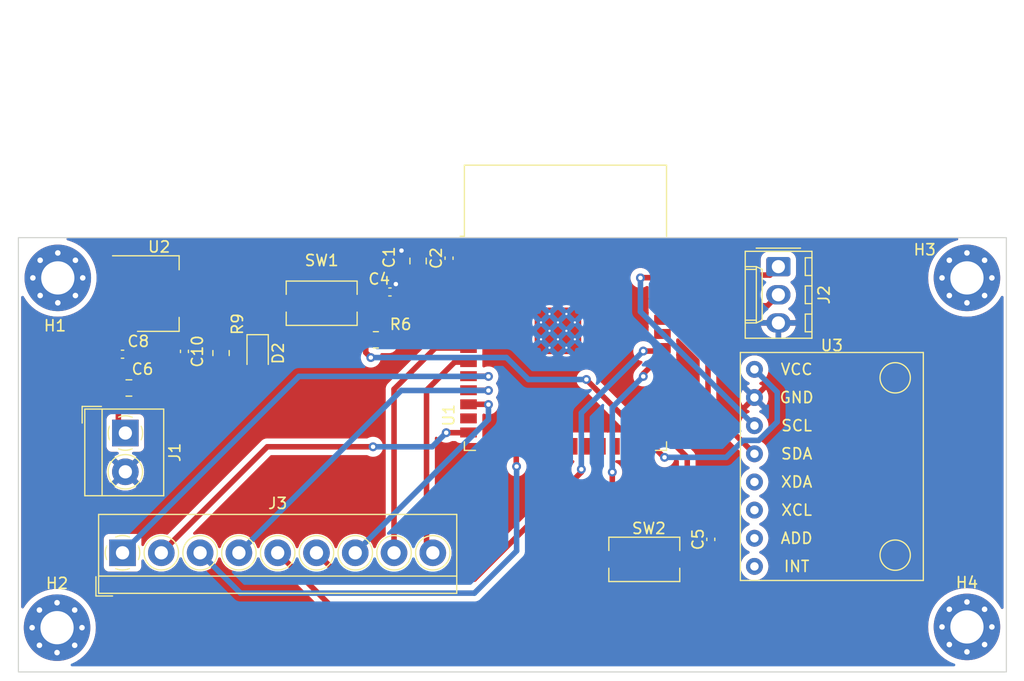
<source format=kicad_pcb>
(kicad_pcb (version 20221018) (generator pcbnew)
  (layers (0 "F.Cu" signal) (31 "B.Cu" signal) (34 "B.Paste" user) (35 "F.Paste" user) (36 "B.SilkS" user "B.Silkscreen") (37 "F.SilkS" user "F.Silkscreen") (38 "B.Mask" user) (39 "F.Mask" user) (44 "Edge.Cuts" user))
  (net 0 "")
  (net 1 "+3.3V")
  (net 2 "GND")
  (net 3 "/Enable")
  (net 4 "/IO0")
  (net 5 "+12V")
  (net 6 "Net-(D2-A)")
  (net 7 "/Transmit")
  (net 8 "/Receive")
  (net 9 "/1.1")
  (net 10 "/1.2")
  (net 11 "/2.1")
  (net 12 "/2.2")
  (net 13 "/3.1")
  (net 14 "/3.2")
  (net 32 "/EN1")
  (net 33 "/EN2")
  (net 34 "/EN3")
  (net 40 "/SDA")
  (net 41 "/SCL")
  (footprint "Capacitor_SMD:C_0402_1005Metric" (layer "F.Cu") (at 104.648 75.438)
    (fp_text reference "C4" (at -0.9652 -1.1684) (layer "F.SilkS"))
    (fp_text value "100nF")
    (fp_line (start -0.107836 -0.36) (end 0.107836 -0.36) (stroke (width 0.12)) (layer "F.SilkS"))
    (fp_line (start -0.107836 0.36) (end 0.107836 0.36) (stroke (width 0.12)) (layer "F.SilkS"))
    (pad "1" smd roundrect (at -0.48 0) (size 0.56 0.62) (layers "F.Cu" "F.Paste" "F.Mask") (net 3 "/Enable"))
    (pad "2" smd roundrect (at 0.48 0) (size 0.56 0.62) (layers "F.Cu" "F.Paste" "F.Mask") (net 2 "GND"))
  )
  (footprint "LED_SMD:LED_0805_2012Metric" (layer "F.Cu") (at 92.71 80.9755 -90)
    (fp_text reference "D2" (at -0.0003 -1.8542 90) (layer "F.SilkS"))
    (fp_text value "LED")
    (fp_line (start -1.685 -0.96) (end -1.685 0.96) (stroke (width 0.12)) (layer "F.SilkS"))
    (fp_line (start -1.685 0.96) (end 1 0.96) (stroke (width 0.12)) (layer "F.SilkS"))
    (fp_line (start 1 -0.96) (end -1.685 -0.96) (stroke (width 0.12)) (layer "F.SilkS"))
    (pad "1" smd roundrect (at -0.9375 0 270) (size 0.975 1.4) (layers "F.Cu" "F.Paste" "F.Mask") (net 2 "GND"))
    (pad "2" smd roundrect (at 0.9375 0 270) (size 0.975 1.4) (layers "F.Cu" "F.Paste" "F.Mask") (net 6 "Net-(D2-A)"))
  )
  (footprint "TerminalBlock_4Ucon:TerminalBlock_4Ucon_1x02_P3.50mm_Horizontal" (layer "F.Cu") (at 80.772 88.166 -90)
    (fp_text reference "J1" (at 1.75 -4.46 90) (layer "F.SilkS"))
    (fp_text value "Screw_Terminal_01x02")
    (fp_line (start -2.4 2.16) (end -2.4 3.9) (stroke (width 0.12)) (layer "F.SilkS"))
    (fp_line (start -2.4 3.9) (end -0.9 3.9) (stroke (width 0.12)) (layer "F.SilkS"))
    (fp_line (start -2.16 -3.46) (end -2.16 3.66) (stroke (width 0.12)) (layer "F.SilkS"))
    (fp_line (start -2.16 -3.46) (end 5.66 -3.46) (stroke (width 0.12)) (layer "F.SilkS"))
    (fp_line (start -2.16 2.1) (end 5.66 2.1) (stroke (width 0.12)) (layer "F.SilkS"))
    (fp_line (start -2.16 3.66) (end 5.66 3.66) (stroke (width 0.12)) (layer "F.SilkS"))
    (fp_line (start 5.66 -3.46) (end 5.66 3.66) (stroke (width 0.12)) (layer "F.SilkS"))
    (fp_arc (start -1.432109 0.607742) (mid -1.555727 -0.00014) (end -1.432 -0.608) (stroke (width 0.12)) (layer "F.SilkS"))
    (fp_arc (start -0.607742 -1.432109) (mid 0.00014 -1.555727) (end 0.608 -1.432) (stroke (width 0.12)) (layer "F.SilkS"))
    (fp_arc (start 0.027011 1.555493) (mid -0.296984 1.527118) (end -0.608 1.432) (stroke (width 0.12)) (layer "F.SilkS"))
    (fp_arc (start 0.607587 1.431385) (mid 0.310017 1.523783) (end 0 1.555) (stroke (width 0.12)) (layer "F.SilkS"))
    (fp_arc (start 1.432109 -0.607742) (mid 1.555727 0.00014) (end 1.432 0.608) (stroke (width 0.12)) (layer "F.SilkS"))
    (fp_circle (center 3.5 0) (end 5.055 0) (stroke (width 0.12)) (fill none) (layer "F.SilkS"))
    (pad "1" thru_hole rect (at 0 0 270) (size 2.4 2.4) (drill 1.2) (layers "*.Cu" "*.Mask") (net 5 "+12V"))
    (pad "2" thru_hole circle (at 3.5 0 270) (size 2.4 2.4) (drill 1.2) (layers "*.Cu" "*.Mask") (net 2 "GND"))
  )
  (footprint "MountingHole:MountingHole_3mm_Pad_Via" (layer "F.Cu") (at 156.718 105.664)
    (fp_text reference "H4" (at 0 -4) (layer "F.SilkS"))
    (fp_text value "MountingHole")
    (pad "1" thru_hole circle (at -2.25 0) (size 0.8 0.8) (drill 0.5) (layers "*.Cu" "*.Mask"))
    (pad "1" thru_hole circle (at -1.59099 -1.59099) (size 0.8 0.8) (drill 0.5) (layers "*.Cu" "*.Mask"))
    (pad "1" thru_hole circle (at -1.59099 1.59099) (size 0.8 0.8) (drill 0.5) (layers "*.Cu" "*.Mask"))
    (pad "1" thru_hole circle (at 0 -2.25) (size 0.8 0.8) (drill 0.5) (layers "*.Cu" "*.Mask"))
    (pad "1" thru_hole circle (at 0 0) (size 6 6) (drill 3) (layers "*.Cu" "*.Mask"))
    (pad "1" thru_hole circle (at 0 2.25) (size 0.8 0.8) (drill 0.5) (layers "*.Cu" "*.Mask"))
    (pad "1" thru_hole circle (at 1.59099 -1.59099) (size 0.8 0.8) (drill 0.5) (layers "*.Cu" "*.Mask"))
    (pad "1" thru_hole circle (at 1.59099 1.59099) (size 0.8 0.8) (drill 0.5) (layers "*.Cu" "*.Mask"))
    (pad "1" thru_hole circle (at 2.25 0) (size 0.8 0.8) (drill 0.5) (layers "*.Cu" "*.Mask"))
  )
  (footprint "Button_Switch_SMD:SW_Tactile_SPST_NO_Straight_CK_PTS636Sx25SMTRLFS" (layer "F.Cu") (at 127.602 99.568)
    (fp_text reference "SW2" (at 0.414 -2.794 unlocked) (layer "F.SilkS"))
    (fp_text value "SW_Push")
    (fp_line (start -3.2 -2) (end -3.2 -0.8) (stroke (width 0.12)) (layer "F.SilkS"))
    (fp_line (start -3.2 0.8) (end -3.2 2) (stroke (width 0.12)) (layer "F.SilkS"))
    (fp_line (start -3.2 2) (end 3.2 2) (stroke (width 0.12)) (layer "F.SilkS"))
    (fp_line (start 3.2 -2) (end -3.2 -2) (stroke (width 0.12)) (layer "F.SilkS"))
    (fp_line (start 3.2 -0.8) (end 3.2 -2) (stroke (width 0.12)) (layer "F.SilkS"))
    (fp_line (start 3.2 2) (end 3.2 0.8) (stroke (width 0.12)) (layer "F.SilkS"))
    (pad "1" smd rect (at -3.875 0) (size 1.25 1) (layers "F.Cu" "F.Paste" "F.Mask") (net 2 "GND"))
    (pad "2" smd rect (at 3.875 0) (size 1.25 1) (layers "F.Cu" "F.Paste" "F.Mask") (net 4 "/IO0"))
  )
  (footprint "Button_Switch_SMD:SW_Tactile_SPST_NO_Straight_CK_PTS636Sx25SMTRLFS" (layer "F.Cu") (at 98.487 76.454)
    (fp_text reference "SW1" (at 0 -3.8608 unlocked) (layer "F.SilkS"))
    (fp_text value "SW_Push")
    (fp_line (start -3.2 -2) (end -3.2 -0.8) (stroke (width 0.12)) (layer "F.SilkS"))
    (fp_line (start -3.2 0.8) (end -3.2 2) (stroke (width 0.12)) (layer "F.SilkS"))
    (fp_line (start -3.2 2) (end 3.2 2) (stroke (width 0.12)) (layer "F.SilkS"))
    (fp_line (start 3.2 -2) (end -3.2 -2) (stroke (width 0.12)) (layer "F.SilkS"))
    (fp_line (start 3.2 -0.8) (end 3.2 -2) (stroke (width 0.12)) (layer "F.SilkS"))
    (fp_line (start 3.2 2) (end 3.2 0.8) (stroke (width 0.12)) (layer "F.SilkS"))
    (pad "1" smd rect (at -3.875 0) (size 1.25 1) (layers "F.Cu" "F.Paste" "F.Mask") (net 2 "GND"))
    (pad "2" smd rect (at 3.875 0) (size 1.25 1) (layers "F.Cu" "F.Paste" "F.Mask") (net 3 "/Enable"))
  )
  (footprint "TerminalBlock_4Ucon:TerminalBlock_4Ucon_1x09_P3.50mm_Horizontal" (layer "F.Cu") (at 80.518 98.974)
    (fp_text reference "J3" (at 14 -4.46) (layer "F.SilkS"))
    (fp_text value "Screw_Terminal_01x09")
    (fp_line (start -2.4 2.16) (end -2.4 3.9) (stroke (width 0.12)) (layer "F.SilkS"))
    (fp_line (start -2.4 3.9) (end -0.9 3.9) (stroke (width 0.12)) (layer "F.SilkS"))
    (fp_line (start -2.16 -3.46) (end -2.16 3.66) (stroke (width 0.12)) (layer "F.SilkS"))
    (fp_line (start -2.16 -3.46) (end 30.16 -3.46) (stroke (width 0.12)) (layer "F.SilkS"))
    (fp_line (start -2.16 2.1) (end 30.16 2.1) (stroke (width 0.12)) (layer "F.SilkS"))
    (fp_line (start -2.16 3.66) (end 30.16 3.66) (stroke (width 0.12)) (layer "F.SilkS"))
    (fp_line (start 30.16 -3.46) (end 30.16 3.66) (stroke (width 0.12)) (layer "F.SilkS"))
    (fp_arc (start -1.432109 0.607742) (mid -1.555727 -0.00014) (end -1.432 -0.608) (stroke (width 0.12)) (layer "F.SilkS"))
    (fp_arc (start -0.607742 -1.432109) (mid 0.00014 -1.555727) (end 0.608 -1.432) (stroke (width 0.12)) (layer "F.SilkS"))
    (fp_arc (start 0.027011 1.555493) (mid -0.296984 1.527118) (end -0.608 1.432) (stroke (width 0.12)) (layer "F.SilkS"))
    (fp_arc (start 0.607587 1.431385) (mid 0.310017 1.523783) (end 0 1.555) (stroke (width 0.12)) (layer "F.SilkS"))
    (fp_arc (start 1.432109 -0.607742) (mid 1.555727 0.00014) (end 1.432 0.608) (stroke (width 0.12)) (layer "F.SilkS"))
    (fp_circle (center 3.5 0) (end 5.055 0) (stroke (width 0.12)) (fill none) (layer "F.SilkS"))
    (fp_circle (center 7 0) (end 8.555 0) (stroke (width 0.12)) (fill none) (layer "F.SilkS"))
    (fp_circle (center 10.5 0) (end 12.055 0) (stroke (width 0.12)) (fill none) (layer "F.SilkS"))
    (fp_circle (center 14 0) (end 15.555 0) (stroke (width 0.12)) (fill none) (layer "F.SilkS"))
    (fp_circle (center 17.5 0) (end 19.055 0) (stroke (width 0.12)) (fill none) (layer "F.SilkS"))
    (fp_circle (center 21 0) (end 22.555 0) (stroke (width 0.12)) (fill none) (layer "F.SilkS"))
    (fp_circle (center 24.5 0) (end 26.055 0) (stroke (width 0.12)) (fill none) (layer "F.SilkS"))
    (fp_circle (center 28 0) (end 29.555 0) (stroke (width 0.12)) (fill none) (layer "F.SilkS"))
    (pad "1" thru_hole rect (at 0 0) (size 2.4 2.4) (drill 1.2) (layers "*.Cu" "*.Mask") (net 32 "/EN1"))
    (pad "2" thru_hole circle (at 3.5 0) (size 2.4 2.4) (drill 1.2) (layers "*.Cu" "*.Mask") (net 9 "/1.1"))
    (pad "3" thru_hole circle (at 7 0) (size 2.4 2.4) (drill 1.2) (layers "*.Cu" "*.Mask") (net 10 "/1.2"))
    (pad "4" thru_hole circle (at 10.5 0) (size 2.4 2.4) (drill 1.2) (layers "*.Cu" "*.Mask") (net 33 "/EN2"))
    (pad "5" thru_hole circle (at 14 0) (size 2.4 2.4) (drill 1.2) (layers "*.Cu" "*.Mask") (net 11 "/2.1"))
    (pad "6" thru_hole circle (at 17.5 0) (size 2.4 2.4) (drill 1.2) (layers "*.Cu" "*.Mask") (net 12 "/2.2"))
    (pad "7" thru_hole circle (at 21 0) (size 2.4 2.4) (drill 1.2) (layers "*.Cu" "*.Mask") (net 34 "/EN3"))
    (pad "8" thru_hole circle (at 24.5 0) (size 2.4 2.4) (drill 1.2) (layers "*.Cu" "*.Mask") (net 13 "/3.1"))
    (pad "9" thru_hole circle (at 28 0) (size 2.4 2.4) (drill 1.2) (layers "*.Cu" "*.Mask") (net 14 "/3.2"))
  )
  (footprint "RF_Module:ESP32-WROOM-32" (layer "F.Cu") (at 120.488 79.856)
    (fp_text reference "U1" (at -10.5314 6.7072 90) (layer "F.SilkS"))
    (fp_text value "ESP32-WROOM-32")
    (fp_line (start -9.12 -15.86) (end -9.12 -9.445) (stroke (width 0.12)) (layer "F.SilkS"))
    (fp_line (start -9.12 -15.86) (end 9.12 -15.86) (stroke (width 0.12)) (layer "F.SilkS"))
    (fp_line (start -9.12 -9.445) (end -9.5 -9.445) (stroke (width 0.12)) (layer "F.SilkS"))
    (fp_line (start -9.12 9.1) (end -9.12 9.88) (stroke (width 0.12)) (layer "F.SilkS"))
    (fp_line (start -9.12 9.88) (end -8.12 9.88) (stroke (width 0.12)) (layer "F.SilkS"))
    (fp_line (start 9.12 -15.86) (end 9.12 -9.445) (stroke (width 0.12)) (layer "F.SilkS"))
    (fp_line (start 9.12 9.1) (end 9.12 9.88) (stroke (width 0.12)) (layer "F.SilkS"))
    (fp_line (start 9.12 9.88) (end 8.12 9.88) (stroke (width 0.12)) (layer "F.SilkS"))
    (pad "1" smd rect (at -8.75 -8.25) (size 1.5 0.9) (layers "F.Cu" "F.Paste" "F.Mask") (net 2 "GND"))
    (pad "2" smd rect (at -8.75 -6.98) (size 1.5 0.9) (layers "F.Cu" "F.Paste" "F.Mask") (net 1 "+3.3V"))
    (pad "3" smd rect (at -8.75 -5.71) (size 1.5 0.9) (layers "F.Cu" "F.Paste" "F.Mask") (net 3 "/Enable"))
    (pad "4" smd rect (at -8.75 -4.44) (size 1.5 0.9) (layers "F.Cu" "F.Paste" "F.Mask"))
    (pad "5" smd rect (at -8.75 -3.17) (size 1.5 0.9) (layers "F.Cu" "F.Paste" "F.Mask"))
    (pad "6" smd rect (at -8.75 -1.9) (size 1.5 0.9) (layers "F.Cu" "F.Paste" "F.Mask"))
    (pad "7" smd rect (at -8.75 -0.63) (size 1.5 0.9) (layers "F.Cu" "F.Paste" "F.Mask"))
    (pad "8" smd rect (at -8.75 0.64) (size 1.5 0.9) (layers "F.Cu" "F.Paste" "F.Mask") (net 13 "/3.1"))
    (pad "9" smd rect (at -8.75 1.91) (size 1.5 0.9) (layers "F.Cu" "F.Paste" "F.Mask") (net 14 "/3.2"))
    (pad "10" smd rect (at -8.75 3.18) (size 1.5 0.9) (layers "F.Cu" "F.Paste" "F.Mask") (net 32 "/EN1"))
    (pad "11" smd rect (at -8.75 4.45) (size 1.5 0.9) (layers "F.Cu" "F.Paste" "F.Mask") (net 33 "/EN2"))
    (pad "12" smd rect (at -8.75 5.72) (size 1.5 0.9) (layers "F.Cu" "F.Paste" "F.Mask") (net 34 "/EN3"))
    (pad "13" smd rect (at -8.75 6.99) (size 1.5 0.9) (layers "F.Cu" "F.Paste" "F.Mask"))
    (pad "14" smd rect (at -8.75 8.26) (size 1.5 0.9) (layers "F.Cu" "F.Paste" "F.Mask") (net 9 "/1.1"))
    (pad "15" smd rect (at -5.71 9.51 90) (size 1.5 0.9) (layers "F.Cu" "F.Paste" "F.Mask") (net 2 "GND"))
    (pad "16" smd rect (at -4.44 9.51 90) (size 1.5 0.9) (layers "F.Cu" "F.Paste" "F.Mask") (net 10 "/1.2"))
    (pad "17" smd rect (at -3.17 9.51 90) (size 1.5 0.9) (layers "F.Cu" "F.Paste" "F.Mask"))
    (pad "18" smd rect (at -1.9 9.51 90) (size 1.5 0.9) (layers "F.Cu" "F.Paste" "F.Mask"))
    (pad "19" smd rect (at -0.63 9.51 90) (size 1.5 0.9) (layers "F.Cu" "F.Paste" "F.Mask"))
    (pad "20" smd rect (at 0.64 9.51 90) (size 1.5 0.9) (layers "F.Cu" "F.Paste" "F.Mask"))
    (pad "21" smd rect (at 1.91 9.51 90) (size 1.5 0.9) (layers "F.Cu" "F.Paste" "F.Mask"))
    (pad "22" smd rect (at 3.18 9.51 90) (size 1.5 0.9) (layers "F.Cu" "F.Paste" "F.Mask"))
    (pad "23" smd rect (at 4.45 9.51 90) (size 1.5 0.9) (layers "F.Cu" "F.Paste" "F.Mask"))
    (pad "24" smd rect (at 5.72 9.51 90) (size 1.5 0.9) (layers "F.Cu" "F.Paste" "F.Mask"))
    (pad "25" smd rect (at 8.75 8.26) (size 1.5 0.9) (layers "F.Cu" "F.Paste" "F.Mask") (net 4 "/IO0"))
    (pad "26" smd rect (at 8.75 6.99) (size 1.5 0.9) (layers "F.Cu" "F.Paste" "F.Mask"))
    (pad "27" smd rect (at 8.75 5.72) (size 1.5 0.9) (layers "F.Cu" "F.Paste" "F.Mask"))
    (pad "28" smd rect (at 8.75 4.45) (size 1.5 0.9) (layers "F.Cu" "F.Paste" "F.Mask"))
    (pad "29" smd rect (at 8.75 3.18) (size 1.5 0.9) (layers "F.Cu" "F.Paste" "F.Mask"))
    (pad "30" smd rect (at 8.75 1.91) (size 1.5 0.9) (layers "F.Cu" "F.Paste" "F.Mask") (net 11 "/2.1"))
    (pad "31" smd rect (at 8.75 0.64) (size 1.5 0.9) (layers "F.Cu" "F.Paste" "F.Mask") (net 12 "/2.2"))
    (pad "32" smd rect (at 8.75 -0.63) (size 1.5 0.9) (layers "F.Cu" "F.Paste" "F.Mask"))
    (pad "33" smd rect (at 8.75 -1.9) (size 1.5 0.9) (layers "F.Cu" "F.Paste" "F.Mask") (net 40 "/SDA"))
    (pad "34" smd rect (at 8.75 -3.17) (size 1.5 0.9) (layers "F.Cu" "F.Paste" "F.Mask") (net 8 "/Receive"))
    (pad "35" smd rect (at 8.75 -4.44) (size 1.5 0.9) (layers "F.Cu" "F.Paste" "F.Mask") (net 7 "/Transmit"))
    (pad "36" smd rect (at 8.75 -5.71) (size 1.5 0.9) (layers "F.Cu" "F.Paste" "F.Mask") (net 41 "/SCL"))
    (pad "37" smd rect (at 8.75 -6.98) (size 1.5 0.9) (layers "F.Cu" "F.Paste" "F.Mask"))
    (pad "38" smd rect (at 8.75 -8.25) (size 1.5 0.9) (layers "F.Cu" "F.Paste" "F.Mask") (net 2 "GND"))
    (pad "39" smd rect (at -2.205 -2.435) (size 1.05 1.05) (layers "F.Cu" "F.Paste") (net 2 "GND"))
    (pad "39" thru_hole circle (at -2.205 -1.6725) (size 0.6 0.6) (drill 0.2) (property pad_prop_heatsink) (layers "*.Cu" "F.Mask") (net 2 "GND"))
    (pad "39" smd rect (at -2.205 -0.91) (size 1.05 1.05) (layers "F.Cu" "F.Paste") (net 2 "GND"))
    (pad "39" thru_hole circle (at -2.205 -0.1475) (size 0.6 0.6) (drill 0.2) (property pad_prop_heatsink) (layers "*.Cu" "F.Mask") (net 2 "GND"))
    (pad "39" smd rect (at -2.205 0.615) (size 1.05 1.05) (layers "F.Cu" "F.Paste") (net 2 "GND"))
    (pad "39" thru_hole circle (at -1.4425 -2.435) (size 0.6 0.6) (drill 0.2) (property pad_prop_heatsink) (layers "*.Cu" "F.Mask") (net 2 "GND"))
    (pad "39" thru_hole circle (at -1.4425 -0.91) (size 0.6 0.6) (drill 0.2) (property pad_prop_heatsink) (layers "*.Cu" "F.Mask") (net 2 "GND"))
    (pad "39" thru_hole circle (at -1.4425 0.615) (size 0.6 0.6) (drill 0.2) (property pad_prop_heatsink) (layers "*.Cu" "F.Mask") (net 2 "GND"))
    (pad "39" smd rect (at -0.68 -2.435) (size 1.05 1.05) (layers "F.Cu" "F.Paste") (net 2 "GND"))
    (pad "39" thru_hole circle (at -0.68 -1.6725) (size 0.6 0.6) (drill 0.2) (property pad_prop_heatsink) (layers "*.Cu" "F.Mask") (net 2 "GND"))
    (pad "39" smd rect (at -0.68 -0.91) (size 1.05 1.05) (layers "F.Cu" "F.Paste") (net 2 "GND"))
    (pad "39" smd rect (at -0.68 -0.91) (size 4.2 4.2) (layers "F.Cu" "F.Mask") (net 2 "GND"))
    (pad "39" thru_hole circle (at -0.68 -0.1475) (size 0.6 0.6) (drill 0.2) (property pad_prop_heatsink) (layers "*.Cu" "F.Mask") (net 2 "GND"))
    (pad "39" smd rect (at -0.68 0.615) (size 1.05 1.05) (layers "F.Cu" "F.Paste") (net 2 "GND"))
    (pad "39" thru_hole circle (at 0.0825 -2.435) (size 0.6 0.6) (drill 0.2) (property pad_prop_heatsink) (layers "*.Cu" "F.Mask") (net 2 "GND"))
    (pad "39" thru_hole circle (at 0.0825 -0.91) (size 0.6 0.6) (drill 0.2) (property pad_prop_heatsink) (layers "*.Cu" "F.Mask") (net 2 "GND"))
    (pad "39" thru_hole circle (at 0.0825 0.615) (size 0.6 0.6) (drill 0.2) (property pad_prop_heatsink) (layers "*.Cu" "F.Mask") (net 2 "GND"))
    (pad "39" smd rect (at 0.845 -2.435) (size 1.05 1.05) (layers "F.Cu" "F.Paste") (net 2 "GND"))
    (pad "39" thru_hole circle (at 0.845 -1.6725) (size 0.6 0.6) (drill 0.2) (property pad_prop_heatsink) (layers "*.Cu" "F.Mask") (net 2 "GND"))
    (pad "39" smd rect (at 0.845 -0.91) (size 1.05 1.05) (layers "F.Cu" "F.Paste") (net 2 "GND"))
    (pad "39" thru_hole circle (at 0.845 -0.1475) (size 0.6 0.6) (drill 0.2) (property pad_prop_heatsink) (layers "*.Cu" "F.Mask") (net 2 "GND"))
    (pad "39" smd rect (at 0.845 0.615) (size 1.05 1.05) (layers "F.Cu" "F.Paste") (net 2 "GND"))
    (zone (net 0) (net_name "") (layers "F.Cu" "In1.Cu" "B.Cu") (connect_pads (clearance 0)) (min_thickness 0.254)
      (keepout (tracks not_allowed) (vias not_allowed) (pads not_allowed) (copperpour not_allowed) (footprints not_allowed))
      (fill (thermal_gap 0.508) (thermal_bridge_width 0.508))
      (polygon (pts (xy 96.488 70.056) (xy 144.488 70.056) (xy 144.488 49.116) (xy 96.488 49.116)))
    )
  )
  (footprint "Capacitor_SMD:C_0402_1005Metric" (layer "F.Cu") (at 133.604 97.762 90)
    (fp_text reference "C5" (at 0 -1.16 90) (layer "F.SilkS"))
    (fp_text value "100nF")
    (fp_line (start -0.107836 -0.36) (end 0.107836 -0.36) (stroke (width 0.12)) (layer "F.SilkS"))
    (fp_line (start -0.107836 0.36) (end 0.107836 0.36) (stroke (width 0.12)) (layer "F.SilkS"))
    (pad "1" smd roundrect (at -0.48 0 90) (size 0.56 0.62) (layers "F.Cu" "F.Paste" "F.Mask") (net 4 "/IO0"))
    (pad "2" smd roundrect (at 0.48 0 90) (size 0.56 0.62) (layers "F.Cu" "F.Paste" "F.Mask") (net 2 "GND"))
  )
  (footprint "Capacitor_SMD:C_0402_1005Metric" (layer "F.Cu") (at 86.106 80.8 -90)
    (fp_text reference "C10" (at 0 -1.16 90) (layer "F.SilkS"))
    (fp_text value "10uF")
    (fp_line (start -0.107836 -0.36) (end 0.107836 -0.36) (stroke (width 0.12)) (layer "F.SilkS"))
    (fp_line (start -0.107836 0.36) (end 0.107836 0.36) (stroke (width 0.12)) (layer "F.SilkS"))
    (pad "1" smd roundrect (at -0.48 0 270) (size 0.56 0.62) (layers "F.Cu" "F.Paste" "F.Mask") (net 1 "+3.3V"))
    (pad "2" smd roundrect (at 0.48 0 270) (size 0.56 0.62) (layers "F.Cu" "F.Paste" "F.Mask") (net 2 "GND"))
  )
  (footprint "Package_TO_SOT_SMD:SOT-223-3_TabPin2" (layer "F.Cu") (at 83.716 75.584)
    (fp_text reference "U2" (at 0.104 -4.21) (layer "F.SilkS"))
    (fp_text value "AMS1117-3.3")
    (fp_line (start -4.1 -3.41) (end 1.91 -3.41) (stroke (width 0.12)) (layer "F.SilkS"))
    (fp_line (start -1.85 3.41) (end 1.91 3.41) (stroke (width 0.12)) (layer "F.SilkS"))
    (fp_line (start 1.91 -3.41) (end 1.91 -2.15) (stroke (width 0.12)) (layer "F.SilkS"))
    (fp_line (start 1.91 3.41) (end 1.91 2.15) (stroke (width 0.12)) (layer "F.SilkS"))
    (pad "1" smd rect (at -3.15 -2.3) (size 2 1.5) (layers "F.Cu" "F.Paste" "F.Mask") (net 2 "GND"))
    (pad "2" smd rect (at -3.15 0) (size 2 1.5) (layers "F.Cu" "F.Paste" "F.Mask") (net 1 "+3.3V"))
    (pad "2" smd rect (at 3.15 0) (size 2 3.8) (layers "F.Cu" "F.Paste" "F.Mask") (net 1 "+3.3V"))
    (pad "3" smd rect (at -3.15 2.3) (size 2 1.5) (layers "F.Cu" "F.Paste" "F.Mask") (net 5 "+12V"))
  )
  (footprint "Connector_Molex:Molex_KK-254_AE-6410-03A_1x03_P2.54mm_Vertical" (layer "F.Cu") (at 139.7 73.152 -90)
    (fp_text reference "J2" (at 2.54 -4.12 90) (layer "F.SilkS"))
    (fp_text value "Conn_01x03_Pin")
    (fp_line (start -1.67 -2) (end -1.67 2) (stroke (width 0.12)) (layer "F.SilkS"))
    (fp_line (start -1.38 -3.03) (end -1.38 2.99) (stroke (width 0.12)) (layer "F.SilkS"))
    (fp_line (start -1.38 2.99) (end 6.46 2.99) (stroke (width 0.12)) (layer "F.SilkS"))
    (fp_line (start -0.8 -3.03) (end -0.8 -2.43) (stroke (width 0.12)) (layer "F.SilkS"))
    (fp_line (start -0.8 -2.43) (end 0.8 -2.43) (stroke (width 0.12)) (layer "F.SilkS"))
    (fp_line (start 0 1.99) (end 0.25 1.46) (stroke (width 0.12)) (layer "F.SilkS"))
    (fp_line (start 0 1.99) (end 5.08 1.99) (stroke (width 0.12)) (layer "F.SilkS"))
    (fp_line (start 0 2.99) (end 0 1.99) (stroke (width 0.12)) (layer "F.SilkS"))
    (fp_line (start 0.25 1.46) (end 4.83 1.46) (stroke (width 0.12)) (layer "F.SilkS"))
    (fp_line (start 0.25 2.99) (end 0.25 1.99) (stroke (width 0.12)) (layer "F.SilkS"))
    (fp_line (start 0.8 -2.43) (end 0.8 -3.03) (stroke (width 0.12)) (layer "F.SilkS"))
    (fp_line (start 1.74 -3.03) (end 1.74 -2.43) (stroke (width 0.12)) (layer "F.SilkS"))
    (fp_line (start 1.74 -2.43) (end 3.34 -2.43) (stroke (width 0.12)) (layer "F.SilkS"))
    (fp_line (start 3.34 -2.43) (end 3.34 -3.03) (stroke (width 0.12)) (layer "F.SilkS"))
    (fp_line (start 4.28 -3.03) (end 4.28 -2.43) (stroke (width 0.12)) (layer "F.SilkS"))
    (fp_line (start 4.28 -2.43) (end 5.88 -2.43) (stroke (width 0.12)) (layer "F.SilkS"))
    (fp_line (start 4.83 1.46) (end 5.08 1.99) (stroke (width 0.12)) (layer "F.SilkS"))
    (fp_line (start 4.83 2.99) (end 4.83 1.99) (stroke (width 0.12)) (layer "F.SilkS"))
    (fp_line (start 5.08 1.99) (end 5.08 2.99) (stroke (width 0.12)) (layer "F.SilkS"))
    (fp_line (start 5.88 -2.43) (end 5.88 -3.03) (stroke (width 0.12)) (layer "F.SilkS"))
    (fp_line (start 6.46 -3.03) (end -1.38 -3.03) (stroke (width 0.12)) (layer "F.SilkS"))
    (fp_line (start 6.46 2.99) (end 6.46 -3.03) (stroke (width 0.12)) (layer "F.SilkS"))
    (pad "1" thru_hole roundrect (at 0 0 270) (size 1.74 2.19) (drill 1.19) (layers "*.Cu" "*.Mask") (roundrect_rratio 0.143678) (net 7 "/Transmit"))
    (pad "2" thru_hole oval (at 2.54 0 270) (size 1.74 2.19) (drill 1.19) (layers "*.Cu" "*.Mask") (net 8 "/Receive"))
    (pad "3" thru_hole oval (at 5.08 0 270) (size 1.74 2.19) (drill 1.19) (layers "*.Cu" "*.Mask") (net 2 "GND"))
  )
  (footprint "Resistor_SMD:R_0805_2012Metric" (layer "F.Cu") (at 103.378 79.756)
    (fp_text reference "R6" (at 2.2352 -1.397) (layer "F.SilkS"))
    (fp_text value "10K")
    (fp_line (start -0.227064 -0.735) (end 0.227064 -0.735) (stroke (width 0.12)) (layer "F.SilkS"))
    (fp_line (start -0.227064 0.735) (end 0.227064 0.735) (stroke (width 0.12)) (layer "F.SilkS"))
    (pad "1" smd roundrect (at -0.9125 0) (size 1.025 1.4) (layers "F.Cu" "F.Paste" "F.Mask") (roundrect_rratio 0.243902) (net 1 "+3.3V"))
    (pad "2" smd roundrect (at 0.9125 0) (size 1.025 1.4) (layers "F.Cu" "F.Paste" "F.Mask") (roundrect_rratio 0.243902) (net 3 "/Enable"))
  )
  (footprint "MPU6050:module_mpu6050" (layer "F.Cu") (at 137.541 100.203)
    (fp_text reference "U3" (at 6.985 -19.939) (layer "F.SilkS"))
    (fp_text value "module_mpu6050")
    (fp_text user "XDA" (at 3.81 -7.62) (layer "F.SilkS"))
    (fp_text user "SDA" (at 3.81 -10.16) (layer "F.SilkS"))
    (fp_text user "GND" (at 3.81 -15.24) (layer "F.SilkS"))
    (fp_text user "ADD" (at 3.81 -2.54) (layer "F.SilkS"))
    (fp_text user "SCL" (at 3.81 -12.7) (layer "F.SilkS"))
    (fp_text user "XCL" (at 3.81 -5.08) (layer "F.SilkS"))
    (fp_text user "INT" (at 3.81 0) (layer "F.SilkS"))
    (fp_text user "VCC" (at 3.81 -17.78) (layer "F.SilkS"))
    (fp_line (start -1.27 -19.304) (end 15.24 -19.304) (stroke (width 0.12)) (layer "F.SilkS"))
    (fp_line (start -1.27 1.27) (end -1.27 -19.304) (stroke (width 0.12)) (layer "F.SilkS"))
    (fp_line (start 15.24 -19.304) (end 15.24 1.27) (stroke (width 0.12)) (layer "F.SilkS"))
    (fp_line (start 15.24 1.27) (end -1.27 1.27) (stroke (width 0.12)) (layer "F.SilkS"))
    (fp_circle (center 12.7 -17.018) (end 13.208 -15.748) (stroke (width 0.12)) (fill none) (layer "F.SilkS"))
    (fp_circle (center 12.7 -1.016) (end 13.208 0.254) (stroke (width 0.12)) (fill none) (layer "F.SilkS"))
    (pad "1" thru_hole circle (at 0 -17.78) (size 1.524 1.524) (drill 0.762) (layers "*.Cu" "*.Mask") (net 1 "+3.3V"))
    (pad "2" thru_hole circle (at 0 -15.24) (size 1.524 1.524) (drill 0.762) (layers "*.Cu" "*.Mask") (net 2 "GND"))
    (pad "3" thru_hole circle (at 0 -12.7) (size 1.524 1.524) (drill 0.762) (layers "*.Cu" "*.Mask") (net 41 "/SCL"))
    (pad "4" thru_hole circle (at 0 -10.16) (size 1.524 1.524) (drill 0.762) (layers "*.Cu" "*.Mask") (net 40 "/SDA"))
    (pad "5" thru_hole circle (at 0 -7.62) (size 1.524 1.524) (drill 0.762) (layers "*.Cu" "*.Mask"))
    (pad "6" thru_hole circle (at 0 -5.08) (size 1.524 1.524) (drill 0.762) (layers "*.Cu" "*.Mask"))
    (pad "7" thru_hole circle (at 0 -2.54) (size 1.524 1.524) (drill 0.762) (layers "*.Cu" "*.Mask"))
    (pad "8" thru_hole circle (at 0 0) (size 1.524 1.524) (drill 0.762) (layers "*.Cu" "*.Mask"))
  )
  (footprint "Capacitor_SMD:C_0402_1005Metric" (layer "F.Cu") (at 109.982 72.39 90)
    (fp_text reference "C2" (at 0 -1.16 90) (layer "F.SilkS"))
    (fp_text value "100nF")
    (fp_line (start -0.107836 -0.36) (end 0.107836 -0.36) (stroke (width 0.12)) (layer "F.SilkS"))
    (fp_line (start -0.107836 0.36) (end 0.107836 0.36) (stroke (width 0.12)) (layer "F.SilkS"))
    (pad "1" smd roundrect (at -0.48 0 90) (size 0.56 0.62) (layers "F.Cu" "F.Paste" "F.Mask") (net 1 "+3.3V"))
    (pad "2" smd roundrect (at 0.48 0 90) (size 0.56 0.62) (layers "F.Cu" "F.Paste" "F.Mask") (net 2 "GND"))
  )
  (footprint "MountingHole:MountingHole_3mm_Pad_Via" (layer "F.Cu") (at 74.60901 105.73099)
    (fp_text reference "H2" (at 0 -4) (layer "F.SilkS"))
    (fp_text value "MountingHole")
    (pad "1" thru_hole circle (at -2.25 0) (size 0.8 0.8) (drill 0.5) (layers "*.Cu" "*.Mask"))
    (pad "1" thru_hole circle (at -1.59099 -1.59099) (size 0.8 0.8) (drill 0.5) (layers "*.Cu" "*.Mask"))
    (pad "1" thru_hole circle (at -1.59099 1.59099) (size 0.8 0.8) (drill 0.5) (layers "*.Cu" "*.Mask"))
    (pad "1" thru_hole circle (at 0 -2.25) (size 0.8 0.8) (drill 0.5) (layers "*.Cu" "*.Mask"))
    (pad "1" thru_hole circle (at 0 0) (size 6 6) (drill 3) (layers "*.Cu" "*.Mask"))
    (pad "1" thru_hole circle (at 0 2.25) (size 0.8 0.8) (drill 0.5) (layers "*.Cu" "*.Mask"))
    (pad "1" thru_hole circle (at 1.59099 -1.59099) (size 0.8 0.8) (drill 0.5) (layers "*.Cu" "*.Mask"))
    (pad "1" thru_hole circle (at 1.59099 1.59099) (size 0.8 0.8) (drill 0.5) (layers "*.Cu" "*.Mask"))
    (pad "1" thru_hole circle (at 2.25 0) (size 0.8 0.8) (drill 0.5) (layers "*.Cu" "*.Mask"))
  )
  (footprint "Capacitor_SMD:C_0805_2012Metric" (layer "F.Cu") (at 81.092 84.102)
    (fp_text reference "C6" (at 1.2294 -1.7044) (layer "F.SilkS"))
    (fp_text value "100uF")
    (fp_line (start -0.261252 -0.735) (end 0.261252 -0.735) (stroke (width 0.12)) (layer "F.SilkS"))
    (fp_line (start -0.261252 0.735) (end 0.261252 0.735) (stroke (width 0.12)) (layer "F.SilkS"))
    (pad "1" smd roundrect (at -0.95 0) (size 1 1.45) (layers "F.Cu" "F.Paste" "F.Mask") (net 5 "+12V"))
    (pad "2" smd roundrect (at 0.95 0) (size 1 1.45) (layers "F.Cu" "F.Paste" "F.Mask") (net 2 "GND"))
  )
  (footprint "MountingHole:MountingHole_3mm_Pad_Via" (layer "F.Cu") (at 74.676 74.168)
    (fp_text reference "H1" (at -0.254 4.318) (layer "F.SilkS"))
    (fp_text value "MountingHole")
    (pad "1" thru_hole circle (at -2.25 0) (size 0.8 0.8) (drill 0.5) (layers "*.Cu" "*.Mask"))
    (pad "1" thru_hole circle (at -1.59099 -1.59099) (size 0.8 0.8) (drill 0.5) (layers "*.Cu" "*.Mask"))
    (pad "1" thru_hole circle (at -1.59099 1.59099) (size 0.8 0.8) (drill 0.5) (layers "*.Cu" "*.Mask"))
    (pad "1" thru_hole circle (at 0 -2.25) (size 0.8 0.8) (drill 0.5) (layers "*.Cu" "*.Mask"))
    (pad "1" thru_hole circle (at 0 0) (size 6 6) (drill 3) (layers "*.Cu" "*.Mask"))
    (pad "1" thru_hole circle (at 0 2.25) (size 0.8 0.8) (drill 0.5) (layers "*.Cu" "*.Mask"))
    (pad "1" thru_hole circle (at 1.59099 -1.59099) (size 0.8 0.8) (drill 0.5) (layers "*.Cu" "*.Mask"))
    (pad "1" thru_hole circle (at 1.59099 1.59099) (size 0.8 0.8) (drill 0.5) (layers "*.Cu" "*.Mask"))
    (pad "1" thru_hole circle (at 2.25 0) (size 0.8 0.8) (drill 0.5) (layers "*.Cu" "*.Mask"))
  )
  (footprint "Resistor_SMD:R_0805_2012Metric" (layer "F.Cu") (at 89.408 80.9505 -90)
    (fp_text reference "R9" (at -2.6169 -1.4732 90) (layer "F.SilkS"))
    (fp_text value "5K1")
    (fp_line (start -0.227064 -0.735) (end 0.227064 -0.735) (stroke (width 0.12)) (layer "F.SilkS"))
    (fp_line (start -0.227064 0.735) (end 0.227064 0.735) (stroke (width 0.12)) (layer "F.SilkS"))
    (pad "1" smd roundrect (at -0.9125 0 270) (size 1.025 1.4) (layers "F.Cu" "F.Paste" "F.Mask") (roundrect_rratio 0.243902) (net 1 "+3.3V"))
    (pad "2" smd roundrect (at 0.9125 0 270) (size 1.025 1.4) (layers "F.Cu" "F.Paste" "F.Mask") (roundrect_rratio 0.243902) (net 6 "Net-(D2-A)"))
  )
  (footprint "Capacitor_SMD:C_0805_2012Metric" (layer "F.Cu") (at 107.188 72.644 90)
    (fp_text reference "C1" (at 0.3302 -2.6162 90) (layer "F.SilkS"))
    (fp_text value "22uF")
    (fp_line (start -0.261252 -0.735) (end 0.261252 -0.735) (stroke (width 0.12)) (layer "F.SilkS"))
    (fp_line (start -0.261252 0.735) (end 0.261252 0.735) (stroke (width 0.12)) (layer "F.SilkS"))
    (pad "1" smd roundrect (at -0.95 0 90) (size 1 1.45) (layers "F.Cu" "F.Paste" "F.Mask") (net 1 "+3.3V"))
    (pad "2" smd roundrect (at 0.95 0 90) (size 1 1.45) (layers "F.Cu" "F.Paste" "F.Mask") (net 2 "GND"))
  )
  (footprint "Capacitor_SMD:C_0402_1005Metric" (layer "F.Cu") (at 80.518 81.054)
    (fp_text reference "C8" (at 1.4224 -1.16) (layer "F.SilkS"))
    (fp_text value "10uF")
    (fp_line (start -0.107836 -0.36) (end 0.107836 -0.36) (stroke (width 0.12)) (layer "F.SilkS"))
    (fp_line (start -0.107836 0.36) (end 0.107836 0.36) (stroke (width 0.12)) (layer "F.SilkS"))
    (pad "1" smd roundrect (at -0.48 0) (size 0.56 0.62) (layers "F.Cu" "F.Paste" "F.Mask") (net 5 "+12V"))
    (pad "2" smd roundrect (at 0.48 0) (size 0.56 0.62) (layers "F.Cu" "F.Paste" "F.Mask") (net 2 "GND"))
  )
  (footprint "MountingHole:MountingHole_3mm_Pad_Via" (layer "F.Cu") (at 156.718 74.168)
    (fp_text reference "H3" (at -3.81 -2.54) (layer "F.SilkS"))
    (fp_text value "MountingHole")
    (pad "1" thru_hole circle (at -2.25 0) (size 0.8 0.8) (drill 0.5) (layers "*.Cu" "*.Mask"))
    (pad "1" thru_hole circle (at -1.59099 -1.59099) (size 0.8 0.8) (drill 0.5) (layers "*.Cu" "*.Mask"))
    (pad "1" thru_hole circle (at -1.59099 1.59099) (size 0.8 0.8) (drill 0.5) (layers "*.Cu" "*.Mask"))
    (pad "1" thru_hole circle (at 0 -2.25) (size 0.8 0.8) (drill 0.5) (layers "*.Cu" "*.Mask"))
    (pad "1" thru_hole circle (at 0 0) (size 6 6) (drill 3) (layers "*.Cu" "*.Mask"))
    (pad "1" thru_hole circle (at 0 2.25) (size 0.8 0.8) (drill 0.5) (layers "*.Cu" "*.Mask"))
    (pad "1" thru_hole circle (at 1.59099 -1.59099) (size 0.8 0.8) (drill 0.5) (layers "*.Cu" "*.Mask"))
    (pad "1" thru_hole circle (at 1.59099 1.59099) (size 0.8 0.8) (drill 0.5) (layers "*.Cu" "*.Mask"))
    (pad "1" thru_hole circle (at 2.25 0) (size 0.8 0.8) (drill 0.5) (layers "*.Cu" "*.Mask"))
  )
  (gr_rect (start 71.12 70.5358) (end 160.274 109.728) (stroke (width 0.1)) (fill none) (layer "Edge.Cuts"))
  (segment (start 86.106 80.32) (end 86.106 76.344) (width 0.5) (layer "F.Cu") (net 1))
  (segment (start 99.314 77.978) (end 101.092 79.756) (width 0.5) (layer "F.Cu") (net 1))
  (segment (start 111.738 72.876) (end 109.988 72.876) (width 0.5) (layer "F.Cu") (net 1))
  (segment (start 86.106 76.344) (end 86.866 75.584) (width 0.5) (layer "F.Cu") (net 1))
  (segment (start 102.4655 80.9009) (end 102.9208 81.3562) (width 0.5) (layer "F.Cu") (net 1))
  (segment (start 122.3772 83.3552) (end 122.3772 83.3374) (width 0.5) (layer "F.Cu") (net 1))
  (segment (start 88.856 73.594) (end 101.666 73.594) (width 0.5) (layer "F.Cu") (net 1))
  (segment (start 101.092 79.756) (end 102.4655 79.756) (width 0.5) (layer "F.Cu") (net 1))
  (segment (start 107.188 73.594) (end 101.666 73.594) (width 0.5) (layer "F.Cu") (net 1))
  (segment (start 89.408 80.038) (end 89.408 78.126) (width 0.5) (layer "F.Cu") (net 1))
  (segment (start 109.258 73.594) (end 109.982 72.87) (width 0.5) (layer "F.Cu") (net 1))
  (segment (start 89.408 78.126) (end 86.866 75.584) (width 0.5) (layer "F.Cu") (net 1))
  (segment (start 109.988 72.876) (end 109.982 72.87) (width 0.5) (layer "F.Cu") (net 1))
  (segment (start 102.4655 79.756) (end 102.4655 80.9009) (width 0.5) (layer "F.Cu") (net 1))
  (segment (start 129.3825 90.3605) (end 122.3772 83.3552) (width 0.5) (layer "F.Cu") (net 1))
  (segment (start 99.314 75.946) (end 99.314 77.978) (width 0.5) (layer "F.Cu") (net 1))
  (segment (start 129.4257 90.3605) (end 129.3825 90.3605) (width 0.5) (layer "F.Cu") (net 1))
  (segment (start 86.866 75.584) (end 88.856 73.594) (width 0.5) (layer "F.Cu") (net 1))
  (segment (start 110.114 72.738) (end 109.982 72.87) (width 0.25) (layer "F.Cu") (net 1))
  (segment (start 80.566 75.584) (end 86.866 75.584) (width 0.5) (layer "F.Cu") (net 1))
  (segment (start 107.188 73.594) (end 109.258 73.594) (width 0.5) (layer "F.Cu") (net 1))
  (segment (start 101.666 73.594) (end 99.314 75.946) (width 0.5) (layer "F.Cu") (net 1))
  (via (at 102.9208 81.3562) (size 0.8) (drill 0.4) (layers "F.Cu" "B.Cu") (net 1))
  (via (at 129.4257 90.3605) (size 0.8) (drill 0.4) (layers "F.Cu" "B.Cu") (net 1))
  (via (at 122.3772 83.3374) (size 0.8) (drill 0.4) (layers "F.Cu" "B.Cu") (net 1))
  (segment (start 116.9162 83.1088) (end 117.1448 83.3374) (width 0.5) (layer "B.Cu") (net 1))
  (segment (start 129.4257 90.3605) (end 134.9883 90.3605) (width 0.5) (layer "B.Cu") (net 1))
  (segment (start 117.1448 83.3374) (end 122.3772 83.3374) (width 0.5) (layer "B.Cu") (net 1))
  (segment (start 134.9883 90.3605) (end 136.5178 88.831) (width 0.5) (layer "B.Cu") (net 1))
  (segment (start 102.9208 81.3562) (end 115.1636 81.3562) (width 0.5) (layer "B.Cu") (net 1))
  (segment (start 139.5984 87.159627) (end 139.5984 84.4804) (width 0.5) (layer "B.Cu") (net 1))
  (segment (start 115.1636 81.3562) (end 116.9162 83.1088) (width 0.5) (layer "B.Cu") (net 1))
  (segment (start 137.927027 88.831) (end 139.5984 87.159627) (width 0.5) (layer "B.Cu") (net 1))
  (segment (start 139.5984 84.4804) (end 137.541 82.423) (width 0.5) (layer "B.Cu") (net 1))
  (segment (start 136.5178 88.831) (end 137.927027 88.831) (width 0.5) (layer "B.Cu") (net 1))
  (segment (start 105.128 74.7802) (end 105.1814 74.7268) (width 0.5) (layer "F.Cu") (net 2))
  (segment (start 105.128 75.438) (end 105.128 74.7802) (width 0.5) (layer "F.Cu") (net 2))
  (segment (start 110.286 71.606) (end 109.982 71.91) (width 0.5) (layer "F.Cu") (net 2))
  (segment (start 107.188 71.694) (end 105.6996 71.694) (width 0.5) (layer "F.Cu") (net 2))
  (segment (start 114.278 71.606) (end 118.283 75.611) (width 0.5) (layer "F.Cu") (net 2))
  (segment (start 107.188 71.694) (end 109.766 71.694) (width 0.5) (layer "F.Cu") (net 2))
  (segment (start 111.738 71.606) (end 110.286 71.606) (width 0.5) (layer "F.Cu") (net 2))
  (segment (start 105.6996 71.694) (end 105.6894 71.7042) (width 0.5) (layer "F.Cu") (net 2))
  (segment (start 118.283 75.611) (end 118.283 77.421) (width 0.5) (layer "F.Cu") (net 2))
  (segment (start 109.766 71.694) (end 109.982 71.91) (width 0.5) (layer "F.Cu") (net 2))
  (segment (start 111.738 71.606) (end 114.278 71.606) (width 0.5) (layer "F.Cu") (net 2))
  (via (at 105.1814 74.7268) (size 0.8) (drill 0.4) (layers "F.Cu" "B.Cu") (net 2))
  (via (at 105.6894 71.7042) (size 0.8) (drill 0.4) (layers "F.Cu" "B.Cu") (net 2))
  (segment (start 104.168 75.438) (end 103.152 76.454) (width 0.5) (layer "F.Cu") (net 3))
  (segment (start 104.2905 78.3825) (end 102.362 76.454) (width 0.5) (layer "F.Cu") (net 3))
  (segment (start 104.2905 79.756) (end 104.2905 78.3825) (width 0.5) (layer "F.Cu") (net 3))
  (segment (start 110.766 74.146) (end 111.738 74.146) (width 0.5) (layer "F.Cu") (net 3))
  (segment (start 102.362 76.454) (end 108.458 76.454) (width 0.5) (layer "F.Cu") (net 3))
  (segment (start 103.152 76.454) (end 102.362 76.454) (width 0.5) (layer "F.Cu") (net 3))
  (segment (start 108.458 76.454) (end 110.766 74.146) (width 0.5) (layer "F.Cu") (net 3))
  (segment (start 133.604 98.242) (end 132.803 98.242) (width 0.5) (layer "F.Cu") (net 4))
  (segment (start 132.803 98.242) (end 131.477 99.568) (width 0.5) (layer "F.Cu") (net 4))
  (segment (start 131.477 99.568) (end 131.477 90.355) (width 0.5) (layer "F.Cu") (net 4))
  (segment (start 131.477 90.355) (end 129.238 88.116) (width 0.5) (layer "F.Cu") (net 4))
  (segment (start 80.038 81.054) (end 80.038 78.412) (width 0.5) (layer "F.Cu") (net 5))
  (segment (start 80.142 84.102) (end 80.142 81.158) (width 0.5) (layer "F.Cu") (net 5))
  (segment (start 80.142 87.536) (end 80.772 88.166) (width 0.5) (layer "F.Cu") (net 5))
  (segment (start 80.142 84.102) (end 80.142 87.536) (width 0.5) (layer "F.Cu") (net 5))
  (segment (start 80.142 81.158) (end 80.038 81.054) (width 0.5) (layer "F.Cu") (net 5))
  (segment (start 80.038 78.412) (end 80.566 77.884) (width 0.5) (layer "F.Cu") (net 5))
  (segment (start 92.66 81.863) (end 92.71 81.913) (width 0.5) (layer "F.Cu") (net 6))
  (segment (start 89.408 81.863) (end 92.66 81.863) (width 0.5) (layer "F.Cu") (net 6))
  (segment (start 132.08 73.914) (end 138.938 73.914) (width 0.5) (layer "F.Cu") (net 7))
  (segment (start 129.238 75.416) (end 130.578 75.416) (width 0.5) (layer "F.Cu") (net 7))
  (segment (start 138.938 73.914) (end 139.7 73.152) (width 0.5) (layer "F.Cu") (net 7))
  (segment (start 130.578 75.416) (end 132.08 73.914) (width 0.5) (layer "F.Cu") (net 7))
  (segment (start 129.238 76.686) (end 138.706 76.686) (width 0.5) (layer "F.Cu") (net 8))
  (segment (start 138.706 76.686) (end 139.7 75.692) (width 0.5) (layer "F.Cu") (net 8))
  (segment (start 93.584 89.408) (end 103.124 89.408) (width 0.5) (layer "F.Cu") (net 9))
  (segment (start 111.716 88.138) (end 111.738 88.116) (width 0.5) (layer "F.Cu") (net 9))
  (segment (start 84.018 98.974) (end 93.584 89.408) (width 0.5) (layer "F.Cu") (net 9))
  (segment (start 109.728 88.138) (end 111.716 88.138) (width 0.5) (layer "F.Cu") (net 9))
  (via (at 109.728 88.138) (size 0.8) (drill 0.4) (layers "F.Cu" "B.Cu") (net 9))
  (via (at 103.124 89.408) (size 0.8) (drill 0.4) (layers "F.Cu" "B.Cu") (net 9))
  (segment (start 103.124 89.408) (end 108.458 89.408) (width 0.5) (layer "B.Cu") (net 9))
  (segment (start 108.458 89.408) (end 109.728 88.138) (width 0.5) (layer "B.Cu") (net 9))
  (segment (start 116.048 89.366) (end 116.048 91.156) (width 0.5) (layer "F.Cu") (net 10))
  (segment (start 116.048 91.156) (end 116.078 91.186) (width 0.5) (layer "F.Cu") (net 10))
  (via (at 116.078 91.186) (size 0.8) (drill 0.4) (layers "F.Cu" "B.Cu") (net 10))
  (segment (start 91.16 102.616) (end 87.518 98.974) (width 0.5) (layer "B.Cu") (net 10))
  (segment (start 116.078 91.186) (end 116.078 98.806) (width 0.5) (layer "B.Cu") (net 10))
  (segment (start 112.268 102.616) (end 91.16 102.616) (width 0.5) (layer "B.Cu") (net 10))
  (segment (start 116.078 98.806) (end 112.268 102.616) (width 0.5) (layer "B.Cu") (net 10))
  (segment (start 128.568 81.766) (end 129.238 81.766) (width 0.5) (layer "F.Cu") (net 11))
  (segment (start 94.518 98.974) (end 99.176 103.632) (width 0.5) (layer "F.Cu") (net 11))
  (segment (start 124.714 93.98) (end 124.714 91.694) (width 0.5) (layer "F.Cu") (net 11))
  (segment (start 127.508 82.826) (end 128.568 81.766) (width 0.5) (layer "F.Cu") (net 11))
  (segment (start 115.062 103.632) (end 124.714 93.98) (width 0.5) (layer "F.Cu") (net 11))
  (segment (start 127.508 83.058) (end 127.508 82.826) (width 0.5) (layer "F.Cu") (net 11))
  (segment (start 99.176 103.632) (end 115.062 103.632) (width 0.5) (layer "F.Cu") (net 11))
  (via (at 127.508 83.058) (size 0.8) (drill 0.4) (layers "F.Cu" "B.Cu") (net 11))
  (via (at 124.714 91.694) (size 0.8) (drill 0.4) (layers "F.Cu" "B.Cu") (net 11))
  (segment (start 124.714 91.694) (end 124.714 85.852) (width 0.5) (layer "B.Cu") (net 11))
  (segment (start 124.714 85.852) (end 127.508 83.058) (width 0.5) (layer "B.Cu") (net 11))
  (segment (start 112.268 101.346) (end 100.39 101.346) (width 0.5) (layer "F.Cu") (net 12))
  (segment (start 121.92 91.44) (end 121.92 91.694) (width 0.5) (layer "F.Cu") (net 12))
  (segment (start 121.92 91.694) (end 112.268 101.346) (width 0.5) (layer "F.Cu") (net 12))
  (segment (start 128.962 80.772) (end 129.238 80.496) (width 0.5) (layer "F.Cu") (net 12))
  (segment (start 127.508 80.772) (end 128.962 80.772) (width 0.5) (layer "F.Cu") (net 12))
  (segment (start 100.39 101.346) (end 98.018 98.974) (width 0.5) (layer "F.Cu") (net 12))
  (via (at 121.92 91.44) (size 0.8) (drill 0.4) (layers "F.Cu" "B.Cu") (net 12))
  (via (at 127.508 80.772) (size 0.8) (drill 0.4) (layers "F.Cu" "B.Cu") (net 12))
  (segment (start 121.92 86.36) (end 127.508 80.772) (width 0.5) (layer "B.Cu") (net 12))
  (segment (start 121.92 91.44) (end 121.92 86.36) (width 0.5) (layer "B.Cu") (net 12))
  (segment (start 105.018 84.212) (end 105.018 98.974) (width 0.5) (layer "F.Cu") (net 13))
  (segment (start 108.734 80.496) (end 105.018 84.212) (width 0.5) (layer "F.Cu") (net 13))
  (segment (start 111.738 80.496) (end 108.734 80.496) (width 0.5) (layer "F.Cu") (net 13))
  (segment (start 110.488 81.766) (end 107.95 84.304) (width 0.5) (layer "F.Cu") (net 14))
  (segment (start 107.95 98.406) (end 108.518 98.974) (width 0.5) (layer "F.Cu") (net 14))
  (segment (start 111.738 81.766) (end 110.488 81.766) (width 0.5) (layer "F.Cu") (net 14))
  (segment (start 107.95 84.304) (end 107.95 98.406) (width 0.5) (layer "F.Cu") (net 14))
  (segment (start 113.516 83.036) (end 113.538 83.058) (width 0.5) (layer "F.Cu") (net 32))
  (segment (start 111.738 83.036) (end 113.516 83.036) (width 0.5) (layer "F.Cu") (net 32))
  (via (at 113.538 83.058) (size 0.8) (drill 0.4) (layers "F.Cu" "B.Cu") (net 32))
  (segment (start 96.434 83.058) (end 80.518 98.974) (width 0.5) (layer "B.Cu") (net 32))
  (segment (start 113.538 83.058) (end 96.434 83.058) (width 0.5) (layer "B.Cu") (net 32))
  (segment (start 113.516 84.306) (end 113.538 84.328) (width 0.5) (layer "F.Cu") (net 33))
  (segment (start 111.738 84.306) (end 113.516 84.306) (width 0.5) (layer "F.Cu") (net 33))
  (via (at 113.538 84.328) (size 0.8) (drill 0.4) (layers "F.Cu" "B.Cu") (net 33))
  (segment (start 105.664 84.328) (end 91.018 98.974) (width 0.5) (layer "B.Cu") (net 33))
  (segment (start 113.538 84.328) (end 105.664 84.328) (width 0.5) (layer "B.Cu") (net 33))
  (segment (start 111.738 85.576) (end 113.516 85.576) (width 0.5) (layer "F.Cu") (net 34))
  (segment (start 113.516 85.576) (end 113.538 85.598) (width 0.5) (layer "F.Cu") (net 34))
  (via (at 113.538 85.598) (size 0.8) (drill 0.4) (layers "F.Cu" "B.Cu") (net 34))
  (segment (start 113.538 85.598) (end 113.538 86.954) (width 0.5) (layer "B.Cu") (net 34))
  (segment (start 113.538 86.954) (end 101.518 98.974) (width 0.5) (layer "B.Cu") (net 34))
  (segment (start 133.35 81.238) (end 133.35 85.852) (width 0.5) (layer "F.Cu") (net 40))
  (segment (start 133.35 85.852) (end 137.541 90.043) (width 0.5) (layer "F.Cu") (net 40))
  (segment (start 129.238 77.956) (end 130.068 77.956) (width 0.5) (layer "F.Cu") (net 40))
  (segment (start 130.068 77.956) (end 133.35 81.238) (width 0.5) (layer "F.Cu") (net 40))
  (segment (start 127.276 74.146) (end 127.254 74.168) (width 0.5) (layer "F.Cu") (net 41))
  (segment (start 129.238 74.146) (end 127.276 74.146) (width 0.5) (layer "F.Cu") (net 41))
  (via (at 127.254 74.168) (size 0.8) (drill 0.4) (layers "F.Cu" "B.Cu") (net 41))
  (segment (start 127.254 77.216) (end 137.541 87.503) (width 0.5) (layer "B.Cu") (net 41))
  (segment (start 127.254 74.168) (end 127.254 77.216) (width 0.5) (layer "B.Cu") (net 41))
  (zone (net 2) (net_name "GND") (layer "F.Cu") (connect_pads (clearance 0.5)) (min_thickness 0.25) (fill yes (thermal_gap 0.5) (thermal_bridge_width 0.5))
    (polygon (pts (xy 71.374 70.358) (xy 160.02 70.358) (xy 160.02 108.966) (xy 71.374 108.966)))
  )
  (zone (net 2) (net_name "GND") (layer "B.Cu") (priority 1) (connect_pads (clearance 0.5)) (min_thickness 0.25) (fill yes (thermal_gap 0.5) (thermal_bridge_width 0.5))
    (polygon (pts (xy 71.374 70.358) (xy 71.374 109.22) (xy 160.02 109.22) (xy 160.02 70.358)))
  )
)
</source>
